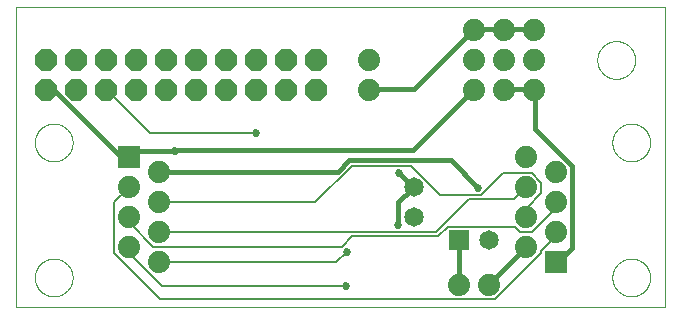
<source format=gbl>
G75*
%MOIN*%
%OFA0B0*%
%FSLAX25Y25*%
%IPPOS*%
%LPD*%
%AMOC8*
5,1,8,0,0,1.08239X$1,22.5*
%
%ADD10C,0.00000*%
%ADD11C,0.07400*%
%ADD12R,0.07400X0.07400*%
%ADD13OC8,0.07400*%
%ADD14C,0.06500*%
%ADD15R,0.06500X0.06500*%
%ADD16C,0.01500*%
%ADD17C,0.02700*%
%ADD18C,0.00800*%
D10*
X0031420Y0001000D02*
X0031420Y0101000D01*
X0247670Y0101000D01*
X0247670Y0001000D01*
X0031420Y0001000D01*
X0037621Y0011000D02*
X0037623Y0011158D01*
X0037629Y0011316D01*
X0037639Y0011474D01*
X0037653Y0011632D01*
X0037671Y0011789D01*
X0037692Y0011946D01*
X0037718Y0012102D01*
X0037748Y0012258D01*
X0037781Y0012413D01*
X0037819Y0012566D01*
X0037860Y0012719D01*
X0037905Y0012871D01*
X0037954Y0013022D01*
X0038007Y0013171D01*
X0038063Y0013319D01*
X0038123Y0013465D01*
X0038187Y0013610D01*
X0038255Y0013753D01*
X0038326Y0013895D01*
X0038400Y0014035D01*
X0038478Y0014172D01*
X0038560Y0014308D01*
X0038644Y0014442D01*
X0038733Y0014573D01*
X0038824Y0014702D01*
X0038919Y0014829D01*
X0039016Y0014954D01*
X0039117Y0015076D01*
X0039221Y0015195D01*
X0039328Y0015312D01*
X0039438Y0015426D01*
X0039551Y0015537D01*
X0039666Y0015646D01*
X0039784Y0015751D01*
X0039905Y0015853D01*
X0040028Y0015953D01*
X0040154Y0016049D01*
X0040282Y0016142D01*
X0040412Y0016232D01*
X0040545Y0016318D01*
X0040680Y0016402D01*
X0040816Y0016481D01*
X0040955Y0016558D01*
X0041096Y0016630D01*
X0041238Y0016700D01*
X0041382Y0016765D01*
X0041528Y0016827D01*
X0041675Y0016885D01*
X0041824Y0016940D01*
X0041974Y0016991D01*
X0042125Y0017038D01*
X0042277Y0017081D01*
X0042430Y0017120D01*
X0042585Y0017156D01*
X0042740Y0017187D01*
X0042896Y0017215D01*
X0043052Y0017239D01*
X0043209Y0017259D01*
X0043367Y0017275D01*
X0043524Y0017287D01*
X0043683Y0017295D01*
X0043841Y0017299D01*
X0043999Y0017299D01*
X0044157Y0017295D01*
X0044316Y0017287D01*
X0044473Y0017275D01*
X0044631Y0017259D01*
X0044788Y0017239D01*
X0044944Y0017215D01*
X0045100Y0017187D01*
X0045255Y0017156D01*
X0045410Y0017120D01*
X0045563Y0017081D01*
X0045715Y0017038D01*
X0045866Y0016991D01*
X0046016Y0016940D01*
X0046165Y0016885D01*
X0046312Y0016827D01*
X0046458Y0016765D01*
X0046602Y0016700D01*
X0046744Y0016630D01*
X0046885Y0016558D01*
X0047024Y0016481D01*
X0047160Y0016402D01*
X0047295Y0016318D01*
X0047428Y0016232D01*
X0047558Y0016142D01*
X0047686Y0016049D01*
X0047812Y0015953D01*
X0047935Y0015853D01*
X0048056Y0015751D01*
X0048174Y0015646D01*
X0048289Y0015537D01*
X0048402Y0015426D01*
X0048512Y0015312D01*
X0048619Y0015195D01*
X0048723Y0015076D01*
X0048824Y0014954D01*
X0048921Y0014829D01*
X0049016Y0014702D01*
X0049107Y0014573D01*
X0049196Y0014442D01*
X0049280Y0014308D01*
X0049362Y0014172D01*
X0049440Y0014035D01*
X0049514Y0013895D01*
X0049585Y0013753D01*
X0049653Y0013610D01*
X0049717Y0013465D01*
X0049777Y0013319D01*
X0049833Y0013171D01*
X0049886Y0013022D01*
X0049935Y0012871D01*
X0049980Y0012719D01*
X0050021Y0012566D01*
X0050059Y0012413D01*
X0050092Y0012258D01*
X0050122Y0012102D01*
X0050148Y0011946D01*
X0050169Y0011789D01*
X0050187Y0011632D01*
X0050201Y0011474D01*
X0050211Y0011316D01*
X0050217Y0011158D01*
X0050219Y0011000D01*
X0050217Y0010842D01*
X0050211Y0010684D01*
X0050201Y0010526D01*
X0050187Y0010368D01*
X0050169Y0010211D01*
X0050148Y0010054D01*
X0050122Y0009898D01*
X0050092Y0009742D01*
X0050059Y0009587D01*
X0050021Y0009434D01*
X0049980Y0009281D01*
X0049935Y0009129D01*
X0049886Y0008978D01*
X0049833Y0008829D01*
X0049777Y0008681D01*
X0049717Y0008535D01*
X0049653Y0008390D01*
X0049585Y0008247D01*
X0049514Y0008105D01*
X0049440Y0007965D01*
X0049362Y0007828D01*
X0049280Y0007692D01*
X0049196Y0007558D01*
X0049107Y0007427D01*
X0049016Y0007298D01*
X0048921Y0007171D01*
X0048824Y0007046D01*
X0048723Y0006924D01*
X0048619Y0006805D01*
X0048512Y0006688D01*
X0048402Y0006574D01*
X0048289Y0006463D01*
X0048174Y0006354D01*
X0048056Y0006249D01*
X0047935Y0006147D01*
X0047812Y0006047D01*
X0047686Y0005951D01*
X0047558Y0005858D01*
X0047428Y0005768D01*
X0047295Y0005682D01*
X0047160Y0005598D01*
X0047024Y0005519D01*
X0046885Y0005442D01*
X0046744Y0005370D01*
X0046602Y0005300D01*
X0046458Y0005235D01*
X0046312Y0005173D01*
X0046165Y0005115D01*
X0046016Y0005060D01*
X0045866Y0005009D01*
X0045715Y0004962D01*
X0045563Y0004919D01*
X0045410Y0004880D01*
X0045255Y0004844D01*
X0045100Y0004813D01*
X0044944Y0004785D01*
X0044788Y0004761D01*
X0044631Y0004741D01*
X0044473Y0004725D01*
X0044316Y0004713D01*
X0044157Y0004705D01*
X0043999Y0004701D01*
X0043841Y0004701D01*
X0043683Y0004705D01*
X0043524Y0004713D01*
X0043367Y0004725D01*
X0043209Y0004741D01*
X0043052Y0004761D01*
X0042896Y0004785D01*
X0042740Y0004813D01*
X0042585Y0004844D01*
X0042430Y0004880D01*
X0042277Y0004919D01*
X0042125Y0004962D01*
X0041974Y0005009D01*
X0041824Y0005060D01*
X0041675Y0005115D01*
X0041528Y0005173D01*
X0041382Y0005235D01*
X0041238Y0005300D01*
X0041096Y0005370D01*
X0040955Y0005442D01*
X0040816Y0005519D01*
X0040680Y0005598D01*
X0040545Y0005682D01*
X0040412Y0005768D01*
X0040282Y0005858D01*
X0040154Y0005951D01*
X0040028Y0006047D01*
X0039905Y0006147D01*
X0039784Y0006249D01*
X0039666Y0006354D01*
X0039551Y0006463D01*
X0039438Y0006574D01*
X0039328Y0006688D01*
X0039221Y0006805D01*
X0039117Y0006924D01*
X0039016Y0007046D01*
X0038919Y0007171D01*
X0038824Y0007298D01*
X0038733Y0007427D01*
X0038644Y0007558D01*
X0038560Y0007692D01*
X0038478Y0007828D01*
X0038400Y0007965D01*
X0038326Y0008105D01*
X0038255Y0008247D01*
X0038187Y0008390D01*
X0038123Y0008535D01*
X0038063Y0008681D01*
X0038007Y0008829D01*
X0037954Y0008978D01*
X0037905Y0009129D01*
X0037860Y0009281D01*
X0037819Y0009434D01*
X0037781Y0009587D01*
X0037748Y0009742D01*
X0037718Y0009898D01*
X0037692Y0010054D01*
X0037671Y0010211D01*
X0037653Y0010368D01*
X0037639Y0010526D01*
X0037629Y0010684D01*
X0037623Y0010842D01*
X0037621Y0011000D01*
X0037621Y0056000D02*
X0037623Y0056158D01*
X0037629Y0056316D01*
X0037639Y0056474D01*
X0037653Y0056632D01*
X0037671Y0056789D01*
X0037692Y0056946D01*
X0037718Y0057102D01*
X0037748Y0057258D01*
X0037781Y0057413D01*
X0037819Y0057566D01*
X0037860Y0057719D01*
X0037905Y0057871D01*
X0037954Y0058022D01*
X0038007Y0058171D01*
X0038063Y0058319D01*
X0038123Y0058465D01*
X0038187Y0058610D01*
X0038255Y0058753D01*
X0038326Y0058895D01*
X0038400Y0059035D01*
X0038478Y0059172D01*
X0038560Y0059308D01*
X0038644Y0059442D01*
X0038733Y0059573D01*
X0038824Y0059702D01*
X0038919Y0059829D01*
X0039016Y0059954D01*
X0039117Y0060076D01*
X0039221Y0060195D01*
X0039328Y0060312D01*
X0039438Y0060426D01*
X0039551Y0060537D01*
X0039666Y0060646D01*
X0039784Y0060751D01*
X0039905Y0060853D01*
X0040028Y0060953D01*
X0040154Y0061049D01*
X0040282Y0061142D01*
X0040412Y0061232D01*
X0040545Y0061318D01*
X0040680Y0061402D01*
X0040816Y0061481D01*
X0040955Y0061558D01*
X0041096Y0061630D01*
X0041238Y0061700D01*
X0041382Y0061765D01*
X0041528Y0061827D01*
X0041675Y0061885D01*
X0041824Y0061940D01*
X0041974Y0061991D01*
X0042125Y0062038D01*
X0042277Y0062081D01*
X0042430Y0062120D01*
X0042585Y0062156D01*
X0042740Y0062187D01*
X0042896Y0062215D01*
X0043052Y0062239D01*
X0043209Y0062259D01*
X0043367Y0062275D01*
X0043524Y0062287D01*
X0043683Y0062295D01*
X0043841Y0062299D01*
X0043999Y0062299D01*
X0044157Y0062295D01*
X0044316Y0062287D01*
X0044473Y0062275D01*
X0044631Y0062259D01*
X0044788Y0062239D01*
X0044944Y0062215D01*
X0045100Y0062187D01*
X0045255Y0062156D01*
X0045410Y0062120D01*
X0045563Y0062081D01*
X0045715Y0062038D01*
X0045866Y0061991D01*
X0046016Y0061940D01*
X0046165Y0061885D01*
X0046312Y0061827D01*
X0046458Y0061765D01*
X0046602Y0061700D01*
X0046744Y0061630D01*
X0046885Y0061558D01*
X0047024Y0061481D01*
X0047160Y0061402D01*
X0047295Y0061318D01*
X0047428Y0061232D01*
X0047558Y0061142D01*
X0047686Y0061049D01*
X0047812Y0060953D01*
X0047935Y0060853D01*
X0048056Y0060751D01*
X0048174Y0060646D01*
X0048289Y0060537D01*
X0048402Y0060426D01*
X0048512Y0060312D01*
X0048619Y0060195D01*
X0048723Y0060076D01*
X0048824Y0059954D01*
X0048921Y0059829D01*
X0049016Y0059702D01*
X0049107Y0059573D01*
X0049196Y0059442D01*
X0049280Y0059308D01*
X0049362Y0059172D01*
X0049440Y0059035D01*
X0049514Y0058895D01*
X0049585Y0058753D01*
X0049653Y0058610D01*
X0049717Y0058465D01*
X0049777Y0058319D01*
X0049833Y0058171D01*
X0049886Y0058022D01*
X0049935Y0057871D01*
X0049980Y0057719D01*
X0050021Y0057566D01*
X0050059Y0057413D01*
X0050092Y0057258D01*
X0050122Y0057102D01*
X0050148Y0056946D01*
X0050169Y0056789D01*
X0050187Y0056632D01*
X0050201Y0056474D01*
X0050211Y0056316D01*
X0050217Y0056158D01*
X0050219Y0056000D01*
X0050217Y0055842D01*
X0050211Y0055684D01*
X0050201Y0055526D01*
X0050187Y0055368D01*
X0050169Y0055211D01*
X0050148Y0055054D01*
X0050122Y0054898D01*
X0050092Y0054742D01*
X0050059Y0054587D01*
X0050021Y0054434D01*
X0049980Y0054281D01*
X0049935Y0054129D01*
X0049886Y0053978D01*
X0049833Y0053829D01*
X0049777Y0053681D01*
X0049717Y0053535D01*
X0049653Y0053390D01*
X0049585Y0053247D01*
X0049514Y0053105D01*
X0049440Y0052965D01*
X0049362Y0052828D01*
X0049280Y0052692D01*
X0049196Y0052558D01*
X0049107Y0052427D01*
X0049016Y0052298D01*
X0048921Y0052171D01*
X0048824Y0052046D01*
X0048723Y0051924D01*
X0048619Y0051805D01*
X0048512Y0051688D01*
X0048402Y0051574D01*
X0048289Y0051463D01*
X0048174Y0051354D01*
X0048056Y0051249D01*
X0047935Y0051147D01*
X0047812Y0051047D01*
X0047686Y0050951D01*
X0047558Y0050858D01*
X0047428Y0050768D01*
X0047295Y0050682D01*
X0047160Y0050598D01*
X0047024Y0050519D01*
X0046885Y0050442D01*
X0046744Y0050370D01*
X0046602Y0050300D01*
X0046458Y0050235D01*
X0046312Y0050173D01*
X0046165Y0050115D01*
X0046016Y0050060D01*
X0045866Y0050009D01*
X0045715Y0049962D01*
X0045563Y0049919D01*
X0045410Y0049880D01*
X0045255Y0049844D01*
X0045100Y0049813D01*
X0044944Y0049785D01*
X0044788Y0049761D01*
X0044631Y0049741D01*
X0044473Y0049725D01*
X0044316Y0049713D01*
X0044157Y0049705D01*
X0043999Y0049701D01*
X0043841Y0049701D01*
X0043683Y0049705D01*
X0043524Y0049713D01*
X0043367Y0049725D01*
X0043209Y0049741D01*
X0043052Y0049761D01*
X0042896Y0049785D01*
X0042740Y0049813D01*
X0042585Y0049844D01*
X0042430Y0049880D01*
X0042277Y0049919D01*
X0042125Y0049962D01*
X0041974Y0050009D01*
X0041824Y0050060D01*
X0041675Y0050115D01*
X0041528Y0050173D01*
X0041382Y0050235D01*
X0041238Y0050300D01*
X0041096Y0050370D01*
X0040955Y0050442D01*
X0040816Y0050519D01*
X0040680Y0050598D01*
X0040545Y0050682D01*
X0040412Y0050768D01*
X0040282Y0050858D01*
X0040154Y0050951D01*
X0040028Y0051047D01*
X0039905Y0051147D01*
X0039784Y0051249D01*
X0039666Y0051354D01*
X0039551Y0051463D01*
X0039438Y0051574D01*
X0039328Y0051688D01*
X0039221Y0051805D01*
X0039117Y0051924D01*
X0039016Y0052046D01*
X0038919Y0052171D01*
X0038824Y0052298D01*
X0038733Y0052427D01*
X0038644Y0052558D01*
X0038560Y0052692D01*
X0038478Y0052828D01*
X0038400Y0052965D01*
X0038326Y0053105D01*
X0038255Y0053247D01*
X0038187Y0053390D01*
X0038123Y0053535D01*
X0038063Y0053681D01*
X0038007Y0053829D01*
X0037954Y0053978D01*
X0037905Y0054129D01*
X0037860Y0054281D01*
X0037819Y0054434D01*
X0037781Y0054587D01*
X0037748Y0054742D01*
X0037718Y0054898D01*
X0037692Y0055054D01*
X0037671Y0055211D01*
X0037653Y0055368D01*
X0037639Y0055526D01*
X0037629Y0055684D01*
X0037623Y0055842D01*
X0037621Y0056000D01*
X0225121Y0083500D02*
X0225123Y0083658D01*
X0225129Y0083816D01*
X0225139Y0083974D01*
X0225153Y0084132D01*
X0225171Y0084289D01*
X0225192Y0084446D01*
X0225218Y0084602D01*
X0225248Y0084758D01*
X0225281Y0084913D01*
X0225319Y0085066D01*
X0225360Y0085219D01*
X0225405Y0085371D01*
X0225454Y0085522D01*
X0225507Y0085671D01*
X0225563Y0085819D01*
X0225623Y0085965D01*
X0225687Y0086110D01*
X0225755Y0086253D01*
X0225826Y0086395D01*
X0225900Y0086535D01*
X0225978Y0086672D01*
X0226060Y0086808D01*
X0226144Y0086942D01*
X0226233Y0087073D01*
X0226324Y0087202D01*
X0226419Y0087329D01*
X0226516Y0087454D01*
X0226617Y0087576D01*
X0226721Y0087695D01*
X0226828Y0087812D01*
X0226938Y0087926D01*
X0227051Y0088037D01*
X0227166Y0088146D01*
X0227284Y0088251D01*
X0227405Y0088353D01*
X0227528Y0088453D01*
X0227654Y0088549D01*
X0227782Y0088642D01*
X0227912Y0088732D01*
X0228045Y0088818D01*
X0228180Y0088902D01*
X0228316Y0088981D01*
X0228455Y0089058D01*
X0228596Y0089130D01*
X0228738Y0089200D01*
X0228882Y0089265D01*
X0229028Y0089327D01*
X0229175Y0089385D01*
X0229324Y0089440D01*
X0229474Y0089491D01*
X0229625Y0089538D01*
X0229777Y0089581D01*
X0229930Y0089620D01*
X0230085Y0089656D01*
X0230240Y0089687D01*
X0230396Y0089715D01*
X0230552Y0089739D01*
X0230709Y0089759D01*
X0230867Y0089775D01*
X0231024Y0089787D01*
X0231183Y0089795D01*
X0231341Y0089799D01*
X0231499Y0089799D01*
X0231657Y0089795D01*
X0231816Y0089787D01*
X0231973Y0089775D01*
X0232131Y0089759D01*
X0232288Y0089739D01*
X0232444Y0089715D01*
X0232600Y0089687D01*
X0232755Y0089656D01*
X0232910Y0089620D01*
X0233063Y0089581D01*
X0233215Y0089538D01*
X0233366Y0089491D01*
X0233516Y0089440D01*
X0233665Y0089385D01*
X0233812Y0089327D01*
X0233958Y0089265D01*
X0234102Y0089200D01*
X0234244Y0089130D01*
X0234385Y0089058D01*
X0234524Y0088981D01*
X0234660Y0088902D01*
X0234795Y0088818D01*
X0234928Y0088732D01*
X0235058Y0088642D01*
X0235186Y0088549D01*
X0235312Y0088453D01*
X0235435Y0088353D01*
X0235556Y0088251D01*
X0235674Y0088146D01*
X0235789Y0088037D01*
X0235902Y0087926D01*
X0236012Y0087812D01*
X0236119Y0087695D01*
X0236223Y0087576D01*
X0236324Y0087454D01*
X0236421Y0087329D01*
X0236516Y0087202D01*
X0236607Y0087073D01*
X0236696Y0086942D01*
X0236780Y0086808D01*
X0236862Y0086672D01*
X0236940Y0086535D01*
X0237014Y0086395D01*
X0237085Y0086253D01*
X0237153Y0086110D01*
X0237217Y0085965D01*
X0237277Y0085819D01*
X0237333Y0085671D01*
X0237386Y0085522D01*
X0237435Y0085371D01*
X0237480Y0085219D01*
X0237521Y0085066D01*
X0237559Y0084913D01*
X0237592Y0084758D01*
X0237622Y0084602D01*
X0237648Y0084446D01*
X0237669Y0084289D01*
X0237687Y0084132D01*
X0237701Y0083974D01*
X0237711Y0083816D01*
X0237717Y0083658D01*
X0237719Y0083500D01*
X0237717Y0083342D01*
X0237711Y0083184D01*
X0237701Y0083026D01*
X0237687Y0082868D01*
X0237669Y0082711D01*
X0237648Y0082554D01*
X0237622Y0082398D01*
X0237592Y0082242D01*
X0237559Y0082087D01*
X0237521Y0081934D01*
X0237480Y0081781D01*
X0237435Y0081629D01*
X0237386Y0081478D01*
X0237333Y0081329D01*
X0237277Y0081181D01*
X0237217Y0081035D01*
X0237153Y0080890D01*
X0237085Y0080747D01*
X0237014Y0080605D01*
X0236940Y0080465D01*
X0236862Y0080328D01*
X0236780Y0080192D01*
X0236696Y0080058D01*
X0236607Y0079927D01*
X0236516Y0079798D01*
X0236421Y0079671D01*
X0236324Y0079546D01*
X0236223Y0079424D01*
X0236119Y0079305D01*
X0236012Y0079188D01*
X0235902Y0079074D01*
X0235789Y0078963D01*
X0235674Y0078854D01*
X0235556Y0078749D01*
X0235435Y0078647D01*
X0235312Y0078547D01*
X0235186Y0078451D01*
X0235058Y0078358D01*
X0234928Y0078268D01*
X0234795Y0078182D01*
X0234660Y0078098D01*
X0234524Y0078019D01*
X0234385Y0077942D01*
X0234244Y0077870D01*
X0234102Y0077800D01*
X0233958Y0077735D01*
X0233812Y0077673D01*
X0233665Y0077615D01*
X0233516Y0077560D01*
X0233366Y0077509D01*
X0233215Y0077462D01*
X0233063Y0077419D01*
X0232910Y0077380D01*
X0232755Y0077344D01*
X0232600Y0077313D01*
X0232444Y0077285D01*
X0232288Y0077261D01*
X0232131Y0077241D01*
X0231973Y0077225D01*
X0231816Y0077213D01*
X0231657Y0077205D01*
X0231499Y0077201D01*
X0231341Y0077201D01*
X0231183Y0077205D01*
X0231024Y0077213D01*
X0230867Y0077225D01*
X0230709Y0077241D01*
X0230552Y0077261D01*
X0230396Y0077285D01*
X0230240Y0077313D01*
X0230085Y0077344D01*
X0229930Y0077380D01*
X0229777Y0077419D01*
X0229625Y0077462D01*
X0229474Y0077509D01*
X0229324Y0077560D01*
X0229175Y0077615D01*
X0229028Y0077673D01*
X0228882Y0077735D01*
X0228738Y0077800D01*
X0228596Y0077870D01*
X0228455Y0077942D01*
X0228316Y0078019D01*
X0228180Y0078098D01*
X0228045Y0078182D01*
X0227912Y0078268D01*
X0227782Y0078358D01*
X0227654Y0078451D01*
X0227528Y0078547D01*
X0227405Y0078647D01*
X0227284Y0078749D01*
X0227166Y0078854D01*
X0227051Y0078963D01*
X0226938Y0079074D01*
X0226828Y0079188D01*
X0226721Y0079305D01*
X0226617Y0079424D01*
X0226516Y0079546D01*
X0226419Y0079671D01*
X0226324Y0079798D01*
X0226233Y0079927D01*
X0226144Y0080058D01*
X0226060Y0080192D01*
X0225978Y0080328D01*
X0225900Y0080465D01*
X0225826Y0080605D01*
X0225755Y0080747D01*
X0225687Y0080890D01*
X0225623Y0081035D01*
X0225563Y0081181D01*
X0225507Y0081329D01*
X0225454Y0081478D01*
X0225405Y0081629D01*
X0225360Y0081781D01*
X0225319Y0081934D01*
X0225281Y0082087D01*
X0225248Y0082242D01*
X0225218Y0082398D01*
X0225192Y0082554D01*
X0225171Y0082711D01*
X0225153Y0082868D01*
X0225139Y0083026D01*
X0225129Y0083184D01*
X0225123Y0083342D01*
X0225121Y0083500D01*
X0230121Y0056000D02*
X0230123Y0056158D01*
X0230129Y0056316D01*
X0230139Y0056474D01*
X0230153Y0056632D01*
X0230171Y0056789D01*
X0230192Y0056946D01*
X0230218Y0057102D01*
X0230248Y0057258D01*
X0230281Y0057413D01*
X0230319Y0057566D01*
X0230360Y0057719D01*
X0230405Y0057871D01*
X0230454Y0058022D01*
X0230507Y0058171D01*
X0230563Y0058319D01*
X0230623Y0058465D01*
X0230687Y0058610D01*
X0230755Y0058753D01*
X0230826Y0058895D01*
X0230900Y0059035D01*
X0230978Y0059172D01*
X0231060Y0059308D01*
X0231144Y0059442D01*
X0231233Y0059573D01*
X0231324Y0059702D01*
X0231419Y0059829D01*
X0231516Y0059954D01*
X0231617Y0060076D01*
X0231721Y0060195D01*
X0231828Y0060312D01*
X0231938Y0060426D01*
X0232051Y0060537D01*
X0232166Y0060646D01*
X0232284Y0060751D01*
X0232405Y0060853D01*
X0232528Y0060953D01*
X0232654Y0061049D01*
X0232782Y0061142D01*
X0232912Y0061232D01*
X0233045Y0061318D01*
X0233180Y0061402D01*
X0233316Y0061481D01*
X0233455Y0061558D01*
X0233596Y0061630D01*
X0233738Y0061700D01*
X0233882Y0061765D01*
X0234028Y0061827D01*
X0234175Y0061885D01*
X0234324Y0061940D01*
X0234474Y0061991D01*
X0234625Y0062038D01*
X0234777Y0062081D01*
X0234930Y0062120D01*
X0235085Y0062156D01*
X0235240Y0062187D01*
X0235396Y0062215D01*
X0235552Y0062239D01*
X0235709Y0062259D01*
X0235867Y0062275D01*
X0236024Y0062287D01*
X0236183Y0062295D01*
X0236341Y0062299D01*
X0236499Y0062299D01*
X0236657Y0062295D01*
X0236816Y0062287D01*
X0236973Y0062275D01*
X0237131Y0062259D01*
X0237288Y0062239D01*
X0237444Y0062215D01*
X0237600Y0062187D01*
X0237755Y0062156D01*
X0237910Y0062120D01*
X0238063Y0062081D01*
X0238215Y0062038D01*
X0238366Y0061991D01*
X0238516Y0061940D01*
X0238665Y0061885D01*
X0238812Y0061827D01*
X0238958Y0061765D01*
X0239102Y0061700D01*
X0239244Y0061630D01*
X0239385Y0061558D01*
X0239524Y0061481D01*
X0239660Y0061402D01*
X0239795Y0061318D01*
X0239928Y0061232D01*
X0240058Y0061142D01*
X0240186Y0061049D01*
X0240312Y0060953D01*
X0240435Y0060853D01*
X0240556Y0060751D01*
X0240674Y0060646D01*
X0240789Y0060537D01*
X0240902Y0060426D01*
X0241012Y0060312D01*
X0241119Y0060195D01*
X0241223Y0060076D01*
X0241324Y0059954D01*
X0241421Y0059829D01*
X0241516Y0059702D01*
X0241607Y0059573D01*
X0241696Y0059442D01*
X0241780Y0059308D01*
X0241862Y0059172D01*
X0241940Y0059035D01*
X0242014Y0058895D01*
X0242085Y0058753D01*
X0242153Y0058610D01*
X0242217Y0058465D01*
X0242277Y0058319D01*
X0242333Y0058171D01*
X0242386Y0058022D01*
X0242435Y0057871D01*
X0242480Y0057719D01*
X0242521Y0057566D01*
X0242559Y0057413D01*
X0242592Y0057258D01*
X0242622Y0057102D01*
X0242648Y0056946D01*
X0242669Y0056789D01*
X0242687Y0056632D01*
X0242701Y0056474D01*
X0242711Y0056316D01*
X0242717Y0056158D01*
X0242719Y0056000D01*
X0242717Y0055842D01*
X0242711Y0055684D01*
X0242701Y0055526D01*
X0242687Y0055368D01*
X0242669Y0055211D01*
X0242648Y0055054D01*
X0242622Y0054898D01*
X0242592Y0054742D01*
X0242559Y0054587D01*
X0242521Y0054434D01*
X0242480Y0054281D01*
X0242435Y0054129D01*
X0242386Y0053978D01*
X0242333Y0053829D01*
X0242277Y0053681D01*
X0242217Y0053535D01*
X0242153Y0053390D01*
X0242085Y0053247D01*
X0242014Y0053105D01*
X0241940Y0052965D01*
X0241862Y0052828D01*
X0241780Y0052692D01*
X0241696Y0052558D01*
X0241607Y0052427D01*
X0241516Y0052298D01*
X0241421Y0052171D01*
X0241324Y0052046D01*
X0241223Y0051924D01*
X0241119Y0051805D01*
X0241012Y0051688D01*
X0240902Y0051574D01*
X0240789Y0051463D01*
X0240674Y0051354D01*
X0240556Y0051249D01*
X0240435Y0051147D01*
X0240312Y0051047D01*
X0240186Y0050951D01*
X0240058Y0050858D01*
X0239928Y0050768D01*
X0239795Y0050682D01*
X0239660Y0050598D01*
X0239524Y0050519D01*
X0239385Y0050442D01*
X0239244Y0050370D01*
X0239102Y0050300D01*
X0238958Y0050235D01*
X0238812Y0050173D01*
X0238665Y0050115D01*
X0238516Y0050060D01*
X0238366Y0050009D01*
X0238215Y0049962D01*
X0238063Y0049919D01*
X0237910Y0049880D01*
X0237755Y0049844D01*
X0237600Y0049813D01*
X0237444Y0049785D01*
X0237288Y0049761D01*
X0237131Y0049741D01*
X0236973Y0049725D01*
X0236816Y0049713D01*
X0236657Y0049705D01*
X0236499Y0049701D01*
X0236341Y0049701D01*
X0236183Y0049705D01*
X0236024Y0049713D01*
X0235867Y0049725D01*
X0235709Y0049741D01*
X0235552Y0049761D01*
X0235396Y0049785D01*
X0235240Y0049813D01*
X0235085Y0049844D01*
X0234930Y0049880D01*
X0234777Y0049919D01*
X0234625Y0049962D01*
X0234474Y0050009D01*
X0234324Y0050060D01*
X0234175Y0050115D01*
X0234028Y0050173D01*
X0233882Y0050235D01*
X0233738Y0050300D01*
X0233596Y0050370D01*
X0233455Y0050442D01*
X0233316Y0050519D01*
X0233180Y0050598D01*
X0233045Y0050682D01*
X0232912Y0050768D01*
X0232782Y0050858D01*
X0232654Y0050951D01*
X0232528Y0051047D01*
X0232405Y0051147D01*
X0232284Y0051249D01*
X0232166Y0051354D01*
X0232051Y0051463D01*
X0231938Y0051574D01*
X0231828Y0051688D01*
X0231721Y0051805D01*
X0231617Y0051924D01*
X0231516Y0052046D01*
X0231419Y0052171D01*
X0231324Y0052298D01*
X0231233Y0052427D01*
X0231144Y0052558D01*
X0231060Y0052692D01*
X0230978Y0052828D01*
X0230900Y0052965D01*
X0230826Y0053105D01*
X0230755Y0053247D01*
X0230687Y0053390D01*
X0230623Y0053535D01*
X0230563Y0053681D01*
X0230507Y0053829D01*
X0230454Y0053978D01*
X0230405Y0054129D01*
X0230360Y0054281D01*
X0230319Y0054434D01*
X0230281Y0054587D01*
X0230248Y0054742D01*
X0230218Y0054898D01*
X0230192Y0055054D01*
X0230171Y0055211D01*
X0230153Y0055368D01*
X0230139Y0055526D01*
X0230129Y0055684D01*
X0230123Y0055842D01*
X0230121Y0056000D01*
X0230121Y0011000D02*
X0230123Y0011158D01*
X0230129Y0011316D01*
X0230139Y0011474D01*
X0230153Y0011632D01*
X0230171Y0011789D01*
X0230192Y0011946D01*
X0230218Y0012102D01*
X0230248Y0012258D01*
X0230281Y0012413D01*
X0230319Y0012566D01*
X0230360Y0012719D01*
X0230405Y0012871D01*
X0230454Y0013022D01*
X0230507Y0013171D01*
X0230563Y0013319D01*
X0230623Y0013465D01*
X0230687Y0013610D01*
X0230755Y0013753D01*
X0230826Y0013895D01*
X0230900Y0014035D01*
X0230978Y0014172D01*
X0231060Y0014308D01*
X0231144Y0014442D01*
X0231233Y0014573D01*
X0231324Y0014702D01*
X0231419Y0014829D01*
X0231516Y0014954D01*
X0231617Y0015076D01*
X0231721Y0015195D01*
X0231828Y0015312D01*
X0231938Y0015426D01*
X0232051Y0015537D01*
X0232166Y0015646D01*
X0232284Y0015751D01*
X0232405Y0015853D01*
X0232528Y0015953D01*
X0232654Y0016049D01*
X0232782Y0016142D01*
X0232912Y0016232D01*
X0233045Y0016318D01*
X0233180Y0016402D01*
X0233316Y0016481D01*
X0233455Y0016558D01*
X0233596Y0016630D01*
X0233738Y0016700D01*
X0233882Y0016765D01*
X0234028Y0016827D01*
X0234175Y0016885D01*
X0234324Y0016940D01*
X0234474Y0016991D01*
X0234625Y0017038D01*
X0234777Y0017081D01*
X0234930Y0017120D01*
X0235085Y0017156D01*
X0235240Y0017187D01*
X0235396Y0017215D01*
X0235552Y0017239D01*
X0235709Y0017259D01*
X0235867Y0017275D01*
X0236024Y0017287D01*
X0236183Y0017295D01*
X0236341Y0017299D01*
X0236499Y0017299D01*
X0236657Y0017295D01*
X0236816Y0017287D01*
X0236973Y0017275D01*
X0237131Y0017259D01*
X0237288Y0017239D01*
X0237444Y0017215D01*
X0237600Y0017187D01*
X0237755Y0017156D01*
X0237910Y0017120D01*
X0238063Y0017081D01*
X0238215Y0017038D01*
X0238366Y0016991D01*
X0238516Y0016940D01*
X0238665Y0016885D01*
X0238812Y0016827D01*
X0238958Y0016765D01*
X0239102Y0016700D01*
X0239244Y0016630D01*
X0239385Y0016558D01*
X0239524Y0016481D01*
X0239660Y0016402D01*
X0239795Y0016318D01*
X0239928Y0016232D01*
X0240058Y0016142D01*
X0240186Y0016049D01*
X0240312Y0015953D01*
X0240435Y0015853D01*
X0240556Y0015751D01*
X0240674Y0015646D01*
X0240789Y0015537D01*
X0240902Y0015426D01*
X0241012Y0015312D01*
X0241119Y0015195D01*
X0241223Y0015076D01*
X0241324Y0014954D01*
X0241421Y0014829D01*
X0241516Y0014702D01*
X0241607Y0014573D01*
X0241696Y0014442D01*
X0241780Y0014308D01*
X0241862Y0014172D01*
X0241940Y0014035D01*
X0242014Y0013895D01*
X0242085Y0013753D01*
X0242153Y0013610D01*
X0242217Y0013465D01*
X0242277Y0013319D01*
X0242333Y0013171D01*
X0242386Y0013022D01*
X0242435Y0012871D01*
X0242480Y0012719D01*
X0242521Y0012566D01*
X0242559Y0012413D01*
X0242592Y0012258D01*
X0242622Y0012102D01*
X0242648Y0011946D01*
X0242669Y0011789D01*
X0242687Y0011632D01*
X0242701Y0011474D01*
X0242711Y0011316D01*
X0242717Y0011158D01*
X0242719Y0011000D01*
X0242717Y0010842D01*
X0242711Y0010684D01*
X0242701Y0010526D01*
X0242687Y0010368D01*
X0242669Y0010211D01*
X0242648Y0010054D01*
X0242622Y0009898D01*
X0242592Y0009742D01*
X0242559Y0009587D01*
X0242521Y0009434D01*
X0242480Y0009281D01*
X0242435Y0009129D01*
X0242386Y0008978D01*
X0242333Y0008829D01*
X0242277Y0008681D01*
X0242217Y0008535D01*
X0242153Y0008390D01*
X0242085Y0008247D01*
X0242014Y0008105D01*
X0241940Y0007965D01*
X0241862Y0007828D01*
X0241780Y0007692D01*
X0241696Y0007558D01*
X0241607Y0007427D01*
X0241516Y0007298D01*
X0241421Y0007171D01*
X0241324Y0007046D01*
X0241223Y0006924D01*
X0241119Y0006805D01*
X0241012Y0006688D01*
X0240902Y0006574D01*
X0240789Y0006463D01*
X0240674Y0006354D01*
X0240556Y0006249D01*
X0240435Y0006147D01*
X0240312Y0006047D01*
X0240186Y0005951D01*
X0240058Y0005858D01*
X0239928Y0005768D01*
X0239795Y0005682D01*
X0239660Y0005598D01*
X0239524Y0005519D01*
X0239385Y0005442D01*
X0239244Y0005370D01*
X0239102Y0005300D01*
X0238958Y0005235D01*
X0238812Y0005173D01*
X0238665Y0005115D01*
X0238516Y0005060D01*
X0238366Y0005009D01*
X0238215Y0004962D01*
X0238063Y0004919D01*
X0237910Y0004880D01*
X0237755Y0004844D01*
X0237600Y0004813D01*
X0237444Y0004785D01*
X0237288Y0004761D01*
X0237131Y0004741D01*
X0236973Y0004725D01*
X0236816Y0004713D01*
X0236657Y0004705D01*
X0236499Y0004701D01*
X0236341Y0004701D01*
X0236183Y0004705D01*
X0236024Y0004713D01*
X0235867Y0004725D01*
X0235709Y0004741D01*
X0235552Y0004761D01*
X0235396Y0004785D01*
X0235240Y0004813D01*
X0235085Y0004844D01*
X0234930Y0004880D01*
X0234777Y0004919D01*
X0234625Y0004962D01*
X0234474Y0005009D01*
X0234324Y0005060D01*
X0234175Y0005115D01*
X0234028Y0005173D01*
X0233882Y0005235D01*
X0233738Y0005300D01*
X0233596Y0005370D01*
X0233455Y0005442D01*
X0233316Y0005519D01*
X0233180Y0005598D01*
X0233045Y0005682D01*
X0232912Y0005768D01*
X0232782Y0005858D01*
X0232654Y0005951D01*
X0232528Y0006047D01*
X0232405Y0006147D01*
X0232284Y0006249D01*
X0232166Y0006354D01*
X0232051Y0006463D01*
X0231938Y0006574D01*
X0231828Y0006688D01*
X0231721Y0006805D01*
X0231617Y0006924D01*
X0231516Y0007046D01*
X0231419Y0007171D01*
X0231324Y0007298D01*
X0231233Y0007427D01*
X0231144Y0007558D01*
X0231060Y0007692D01*
X0230978Y0007828D01*
X0230900Y0007965D01*
X0230826Y0008105D01*
X0230755Y0008247D01*
X0230687Y0008390D01*
X0230623Y0008535D01*
X0230563Y0008681D01*
X0230507Y0008829D01*
X0230454Y0008978D01*
X0230405Y0009129D01*
X0230360Y0009281D01*
X0230319Y0009434D01*
X0230281Y0009587D01*
X0230248Y0009742D01*
X0230218Y0009898D01*
X0230192Y0010054D01*
X0230171Y0010211D01*
X0230153Y0010368D01*
X0230139Y0010526D01*
X0230129Y0010684D01*
X0230123Y0010842D01*
X0230121Y0011000D01*
D11*
X0201420Y0021000D03*
X0211420Y0026000D03*
X0201420Y0031000D03*
X0211420Y0036000D03*
X0201420Y0041000D03*
X0211420Y0046000D03*
X0201420Y0051000D03*
X0203920Y0073500D03*
X0193920Y0073500D03*
X0183920Y0073500D03*
X0183920Y0083500D03*
X0193920Y0083500D03*
X0203920Y0083500D03*
X0203920Y0093500D03*
X0193920Y0093500D03*
X0183920Y0093500D03*
X0148920Y0083500D03*
X0148920Y0073500D03*
X0078920Y0046000D03*
X0068920Y0041000D03*
X0078920Y0036000D03*
X0068920Y0031000D03*
X0078920Y0026000D03*
X0068920Y0021000D03*
X0078920Y0016000D03*
X0178920Y0008500D03*
X0188920Y0008500D03*
D12*
X0211420Y0016000D03*
X0068920Y0051000D03*
D13*
X0071420Y0073500D03*
X0081420Y0073500D03*
X0091420Y0073500D03*
X0101420Y0073500D03*
X0111420Y0073500D03*
X0121420Y0073500D03*
X0131420Y0073500D03*
X0131420Y0083500D03*
X0121420Y0083500D03*
X0111420Y0083500D03*
X0101420Y0083500D03*
X0091420Y0083500D03*
X0081420Y0083500D03*
X0071420Y0083500D03*
X0061420Y0083500D03*
X0051420Y0083500D03*
X0041420Y0083500D03*
X0041420Y0073500D03*
X0051420Y0073500D03*
X0061420Y0073500D03*
D14*
X0163920Y0041000D03*
X0163920Y0031000D03*
X0188920Y0023500D03*
D15*
X0178920Y0023500D03*
D16*
X0179120Y0023400D01*
X0179120Y0008700D01*
X0178920Y0008500D01*
X0188920Y0008500D02*
X0188920Y0008700D01*
X0201170Y0020950D01*
X0201420Y0021000D01*
X0211420Y0016000D02*
X0211670Y0016050D01*
X0216570Y0020950D01*
X0216570Y0048250D01*
X0204320Y0060500D01*
X0204320Y0073100D01*
X0203920Y0073500D01*
X0203620Y0073800D01*
X0194170Y0073800D01*
X0193920Y0073500D01*
X0183920Y0073500D02*
X0183670Y0073450D01*
X0163720Y0053500D01*
X0084970Y0053500D01*
X0084270Y0053150D01*
X0071320Y0053150D01*
X0069220Y0051050D01*
X0068920Y0051000D01*
X0068170Y0051050D01*
X0066420Y0051050D01*
X0044020Y0073450D01*
X0041570Y0073450D01*
X0041420Y0073500D01*
X0079020Y0046150D02*
X0078920Y0046000D01*
X0079020Y0046150D02*
X0138520Y0046150D01*
X0142370Y0050000D01*
X0176320Y0050000D01*
X0185420Y0040900D01*
X0163920Y0041000D02*
X0163370Y0040550D01*
X0158820Y0036000D01*
X0158820Y0028650D01*
X0163920Y0041000D02*
X0163720Y0041250D01*
X0159170Y0045800D01*
X0164070Y0073800D02*
X0149020Y0073800D01*
X0148920Y0073500D01*
X0164070Y0073800D02*
X0183670Y0093400D01*
X0183920Y0093500D01*
X0184370Y0093750D01*
X0193820Y0093750D01*
X0193920Y0093500D01*
X0194520Y0093750D01*
X0203620Y0093750D01*
X0203920Y0093500D01*
D17*
X0111220Y0059100D03*
X0084270Y0053150D03*
X0159170Y0045800D03*
X0185420Y0040900D03*
X0158820Y0028650D03*
X0141670Y0019550D03*
X0141320Y0008000D03*
D18*
X0080070Y0008000D01*
X0069220Y0018850D01*
X0069220Y0020950D01*
X0068920Y0021000D01*
X0063970Y0019200D02*
X0063970Y0036000D01*
X0068870Y0040900D01*
X0068920Y0041000D01*
X0078920Y0036000D02*
X0131170Y0036000D01*
X0143420Y0048250D01*
X0163020Y0048250D01*
X0172820Y0038450D01*
X0186470Y0038450D01*
X0193820Y0045800D01*
X0203270Y0045800D01*
X0206420Y0042650D01*
X0206420Y0039150D01*
X0201520Y0034250D01*
X0201520Y0031100D01*
X0201420Y0031000D01*
X0197670Y0027950D02*
X0199420Y0026200D01*
X0203270Y0026200D01*
X0211320Y0034250D01*
X0211320Y0036000D01*
X0211420Y0036000D01*
X0201420Y0041000D02*
X0201170Y0040900D01*
X0197320Y0037050D01*
X0182270Y0037050D01*
X0171420Y0026200D01*
X0079020Y0026200D01*
X0078920Y0026000D01*
X0076920Y0021300D02*
X0139920Y0021300D01*
X0143420Y0024800D01*
X0172120Y0024800D01*
X0175270Y0027950D01*
X0197670Y0027950D01*
X0206420Y0019900D02*
X0211320Y0024800D01*
X0211320Y0025850D01*
X0211420Y0026000D01*
X0206420Y0019900D02*
X0206420Y0019200D01*
X0191020Y0003800D01*
X0079370Y0003800D01*
X0063970Y0019200D01*
X0069220Y0029000D02*
X0076920Y0021300D01*
X0079020Y0016050D02*
X0078920Y0016000D01*
X0079020Y0016050D02*
X0138170Y0016050D01*
X0141670Y0019550D01*
X0069220Y0029000D02*
X0069220Y0030750D01*
X0068920Y0031000D01*
X0075870Y0059100D02*
X0061520Y0073450D01*
X0061420Y0073500D01*
X0075870Y0059100D02*
X0111220Y0059100D01*
M02*

</source>
